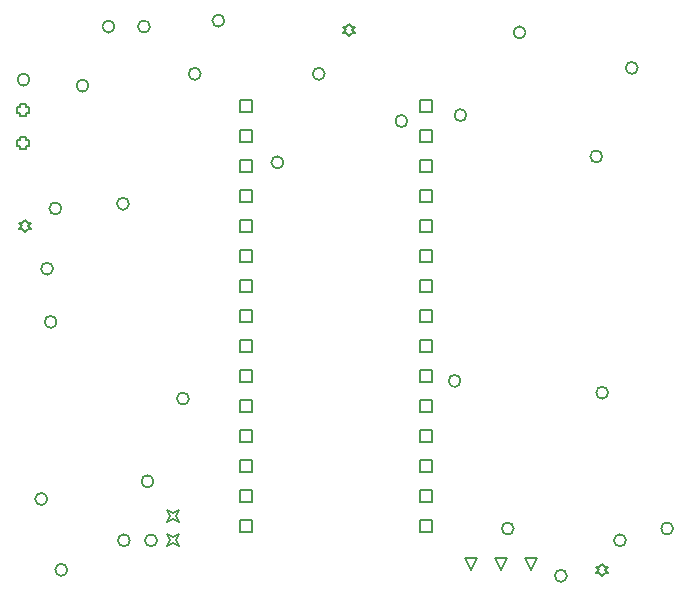
<source format=gbr>
G04*
G04 #@! TF.GenerationSoftware,Altium Limited,Altium Designer,24.6.1 (21)*
G04*
G04 Layer_Color=2752767*
%FSLAX25Y25*%
%MOIN*%
G70*
G04*
G04 #@! TF.SameCoordinates,FB6864B3-348A-4B3C-8FDE-2C751703143F*
G04*
G04*
G04 #@! TF.FilePolarity,Positive*
G04*
G01*
G75*
%ADD12C,0.00500*%
%ADD67C,0.00667*%
D12*
X55874Y19654D02*
X56874Y21654D01*
X55874Y23654D01*
X57874Y22654D01*
X59874Y23654D01*
X58874Y21654D01*
X59874Y19654D01*
X57874Y20654D01*
X55874Y19654D01*
Y27921D02*
X56874Y29921D01*
X55874Y31921D01*
X57874Y30921D01*
X59874Y31921D01*
X58874Y29921D01*
X59874Y27921D01*
X57874Y28921D01*
X55874Y27921D01*
X6874Y152937D02*
Y151937D01*
X8874D01*
Y152937D01*
X9874D01*
Y154937D01*
X8874D01*
Y155937D01*
X6874D01*
Y154937D01*
X5874D01*
Y152937D01*
X6874D01*
Y163961D02*
Y162961D01*
X8874D01*
Y163961D01*
X9874D01*
Y165961D01*
X8874D01*
Y166961D01*
X6874D01*
Y165961D01*
X5874D01*
Y163961D01*
X6874D01*
X8268Y124378D02*
X9268Y125378D01*
X10268D01*
X9268Y126378D01*
X10268Y127378D01*
X9268D01*
X8268Y128378D01*
X7268Y127378D01*
X6268D01*
X7268Y126378D01*
X6268Y125378D01*
X7268D01*
X8268Y124378D01*
X177165Y11779D02*
X175165Y15779D01*
X179165D01*
X177165Y11779D01*
X167165D02*
X165165Y15779D01*
X169165D01*
X167165Y11779D01*
X157165D02*
X155165Y15779D01*
X159165D01*
X157165Y11779D01*
X80205Y164270D02*
Y168270D01*
X84205D01*
Y164270D01*
X80205D01*
Y154270D02*
Y158270D01*
X84205D01*
Y154270D01*
X80205D01*
Y144270D02*
Y148270D01*
X84205D01*
Y144270D01*
X80205D01*
Y134270D02*
Y138270D01*
X84205D01*
Y134270D01*
X80205D01*
Y124270D02*
Y128270D01*
X84205D01*
Y124270D01*
X80205D01*
Y114270D02*
Y118270D01*
X84205D01*
Y114270D01*
X80205D01*
Y104270D02*
Y108270D01*
X84205D01*
Y104270D01*
X80205D01*
Y94270D02*
Y98270D01*
X84205D01*
Y94270D01*
X80205D01*
Y84270D02*
Y88270D01*
X84205D01*
Y84270D01*
X80205D01*
Y74270D02*
Y78270D01*
X84205D01*
Y74270D01*
X80205D01*
Y64270D02*
Y68270D01*
X84205D01*
Y64270D01*
X80205D01*
Y54270D02*
Y58270D01*
X84205D01*
Y54270D01*
X80205D01*
Y44270D02*
Y48270D01*
X84205D01*
Y44270D01*
X80205D01*
Y34270D02*
Y38270D01*
X84205D01*
Y34270D01*
X80205D01*
Y24270D02*
Y28270D01*
X84205D01*
Y24270D01*
X80205D01*
X140205D02*
Y28270D01*
X144205D01*
Y24270D01*
X140205D01*
Y34270D02*
Y38270D01*
X144205D01*
Y34270D01*
X140205D01*
Y44270D02*
Y48270D01*
X144205D01*
Y44270D01*
X140205D01*
Y54270D02*
Y58270D01*
X144205D01*
Y54270D01*
X140205D01*
Y64270D02*
Y68270D01*
X144205D01*
Y64270D01*
X140205D01*
Y74270D02*
Y78270D01*
X144205D01*
Y74270D01*
X140205D01*
Y84270D02*
Y88270D01*
X144205D01*
Y84270D01*
X140205D01*
Y94270D02*
Y98270D01*
X144205D01*
Y94270D01*
X140205D01*
Y104270D02*
Y108270D01*
X144205D01*
Y104270D01*
X140205D01*
Y114270D02*
Y118270D01*
X144205D01*
Y114270D01*
X140205D01*
Y124270D02*
Y128270D01*
X144205D01*
Y124270D01*
X140205D01*
Y134270D02*
Y138270D01*
X144205D01*
Y134270D01*
X140205D01*
Y144270D02*
Y148270D01*
X144205D01*
Y144270D01*
X140205D01*
Y154270D02*
Y158270D01*
X144205D01*
Y154270D01*
X140205D01*
Y164270D02*
Y168270D01*
X144205D01*
Y164270D01*
X140205D01*
X116535Y189732D02*
X117535Y190732D01*
X118535D01*
X117535Y191732D01*
X118535Y192732D01*
X117535D01*
X116535Y193732D01*
X115535Y192732D01*
X114535D01*
X115535Y191732D01*
X114535Y190732D01*
X115535D01*
X116535Y189732D01*
X200787Y9811D02*
X201787Y10811D01*
X202787D01*
X201787Y11811D01*
X202787Y12811D01*
X201787D01*
X200787Y13811D01*
X199787Y12811D01*
X198787D01*
X199787Y11811D01*
X198787Y10811D01*
X199787D01*
X200787Y9811D01*
D67*
X52394Y21654D02*
G03*
X52394Y21654I-2000J0D01*
G01*
X20504Y132283D02*
G03*
X20504Y132283I-2000J0D01*
G01*
X202787Y70866D02*
G03*
X202787Y70866I-2000J0D01*
G01*
X135858Y161417D02*
G03*
X135858Y161417I-2000J0D01*
G01*
X108299Y177165D02*
G03*
X108299Y177165I-2000J0D01*
G01*
X38221Y192913D02*
G03*
X38221Y192913I-2000J0D01*
G01*
X50032D02*
G03*
X50032Y192913I-2000J0D01*
G01*
X18929Y94488D02*
G03*
X18929Y94488I-2000J0D01*
G01*
X22472Y11811D02*
G03*
X22472Y11811I-2000J0D01*
G01*
X15779Y35433D02*
G03*
X15779Y35433I-2000J0D01*
G01*
X200819Y149606D02*
G03*
X200819Y149606I-2000J0D01*
G01*
X212630Y179134D02*
G03*
X212630Y179134I-2000J0D01*
G01*
X189008Y9843D02*
G03*
X189008Y9843I-2000J0D01*
G01*
X208693Y21654D02*
G03*
X208693Y21654I-2000J0D01*
G01*
X155543Y163386D02*
G03*
X155543Y163386I-2000J0D01*
G01*
X224441Y25591D02*
G03*
X224441Y25591I-2000J0D01*
G01*
X153575Y74803D02*
G03*
X153575Y74803I-2000J0D01*
G01*
X171291Y25591D02*
G03*
X171291Y25591I-2000J0D01*
G01*
X17748Y112205D02*
G03*
X17748Y112205I-2000J0D01*
G01*
X63024Y68898D02*
G03*
X63024Y68898I-2000J0D01*
G01*
X51213Y41339D02*
G03*
X51213Y41339I-2000J0D01*
G01*
X43339Y21654D02*
G03*
X43339Y21654I-2000J0D01*
G01*
X66961Y177165D02*
G03*
X66961Y177165I-2000J0D01*
G01*
X9874Y175197D02*
G03*
X9874Y175197I-2000J0D01*
G01*
X29559Y173228D02*
G03*
X29559Y173228I-2000J0D01*
G01*
X94520Y147638D02*
G03*
X94520Y147638I-2000J0D01*
G01*
X43043Y133858D02*
G03*
X43043Y133858I-2000J0D01*
G01*
X74835Y194882D02*
G03*
X74835Y194882I-2000J0D01*
G01*
X175228Y190945D02*
G03*
X175228Y190945I-2000J0D01*
G01*
M02*

</source>
